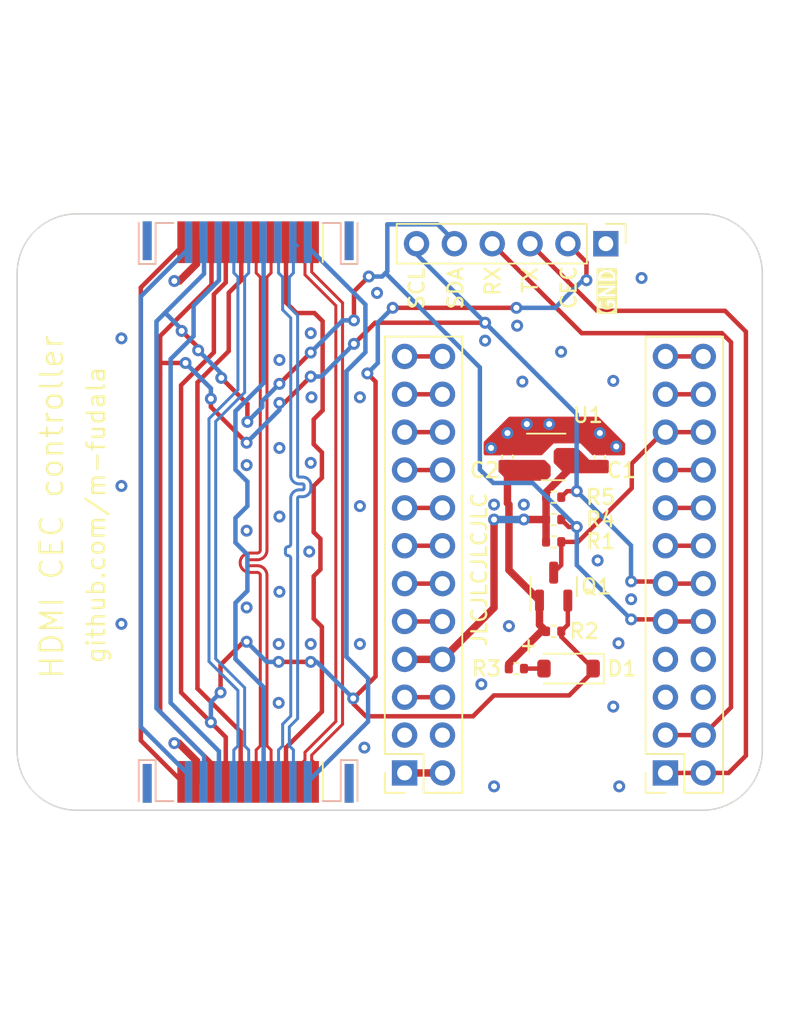
<source format=kicad_pcb>
(kicad_pcb (version 20221018) (generator pcbnew)
  (title_block (title "ATmega32u4 CEC capable device") (date "2024-03-19") (rev "1.0"))
  (layers (0 "F.Cu" signal "Top.Cu") (1 "In1.Cu" power "GND1.Cu") (2 "In2.Cu" power "GND2.Cu") (31 "B.Cu" signal "Bottom.Cu") (34 "B.Paste" user) (35 "F.Paste" user) (36 "B.SilkS" user "B.Silkscreen") (37 "F.SilkS" user "F.Silkscreen") (38 "B.Mask" user) (39 "F.Mask" user) (44 "Edge.Cuts" user))
  (net 0 "")
  (net 1 "/CEC")
  (net 2 "/SCL")
  (net 3 "/SDA")
  (net 4 "GND")
  (net 7 "VCC")
  (net 8 "+3V3")
  (net 9 "/TX")
  (net 10 "/RX")
  (net 11 "/CEC_5V")
  (net 12 "/D2+")
  (net 13 "/D2-")
  (net 14 "/D1+")
  (net 15 "/D1-")
  (net 16 "/D0+")
  (net 17 "/D0-")
  (net 18 "/CK+")
  (net 19 "/CK-")
  (net 20 "/D2S")
  (net 21 "/D1S")
  (net 22 "/D0S")
  (net 23 "/CKS")
  (net 24 "/UTILITY")
  (net 25 "/+5V")
  (net 26 "/HPD")
  (net 27 "/D_K")
  (net 28 "/PD4")
  (net 29 "/PC6")
  (net 30 "/PD7")
  (net 31 "/PB4")
  (net 32 "/PB5")
  (net 33 "/PB6")
  (net 34 "/PB2")
  (net 35 "/PB3")
  (net 36 "/PB1")
  (net 37 "/PF7")
  (net 38 "/PF6")
  (net 39 "/PF5")
  (net 40 "/PF4")
  (net 41 "/RES")
  (net 42 "/RAW")
  (footprint "Resistor_SMD:R_0402_1005Metric" (layer "F.Cu") (at 161 96 180)
    (fp_text reference "R4")
    (fp_text value "2k2")
  )
  (footprint "Resistor_SMD:R_0402_1005Metric" (layer "F.Cu") (at 158.5 106)
    (fp_text reference "R3")
    (fp_text value "27k")
  )
  (footprint "Resistor_SMD:R_0402_1005Metric" (layer "F.Cu") (at 161 103.5)
    (fp_text reference "R2")
    (fp_text value "10k")
  )
  (footprint "Connector_PinHeader_2.54mm:PinHeader_1x06_P2.54mm_Vertical" (layer "F.Cu") (at 164.5 77.5 -90)
    (fp_text reference "J5")
    (fp_text value "Conn_01x06_Pin")
  )
  (footprint "Connector_PinSocket_2.54mm:PinSocket_2x12_P2.54mm_Vertical" (layer "F.Cu") (at 151 113 180)
    (fp_text reference "J4")
    (fp_text value "Conn_02x12_Odd_Even")
  )
  (footprint "Package_TO_SOT_SMD:SOT-23" (layer "F.Cu") (at 161 100.5 90)
    (fp_text reference "Q1")
    (fp_text value "BSS138")
  )
  (footprint "Diode_SMD:D_SOD-123" (layer "F.Cu") (at 162 106 180)
    (fp_text reference "D1")
    (fp_text value "1N4148W")
  )
  (footprint "Capacitor_SMD:C_0402_1005Metric" (layer "F.Cu") (at 157.9 91.8 90)
    (fp_text reference "C2")
    (fp_text value "1u")
  )
  (footprint "Connector_PinSocket_2.54mm:PinSocket_2x12_P2.54mm_Vertical" (layer "F.Cu") (at 168.5 113 180)
    (fp_text reference "J3")
    (fp_text value "Conn_02x12_Odd_Even")
  )
  (footprint "MountingHole:MountingHole_3mm" (layer "F.Cu") (at 171 79.5)
    (fp_text reference "H2")
    (fp_text value "MountingHole")
  )
  (footprint "Resistor_SMD:R_0402_1005Metric" (layer "F.Cu") (at 161 97.5)
    (fp_text reference "R1")
    (fp_text value "10k")
  )
  (footprint "Connector_HDMI:HDMI_A_Contact_Technology_HDMI-19APL2_Horizontal" (layer "F.Cu") (at 140.5 113.6)
    (fp_text reference "J1")
    (fp_text value "HDMI_A")
  )
  (footprint "Capacitor_SMD:C_0402_1005Metric" (layer "F.Cu") (at 164.1 91.8 90)
    (fp_text reference "C1")
    (fp_text value "1u")
  )
  (footprint "MountingHole:MountingHole_3mm" (layer "F.Cu") (at 129 79.5)
    (fp_text reference "H1")
    (fp_text value "MountingHole")
  )
  (footprint "Package_TO_SOT_SMD:SOT-23-3" (layer "F.Cu") (at 161 91.8)
    (fp_text reference "U1")
    (fp_text value "XC6206PxxxMR")
  )
  (footprint "Resistor_SMD:R_0402_1005Metric" (layer "F.Cu") (at 161 94.5 180)
    (fp_text reference "R5")
    (fp_text value "2k2")
  )
  (footprint "Connector_HDMI:HDMI_A_Contact_Technology_HDMI-19APL2_Horizontal" (layer "F.Cu") (at 140.5 77.4 180)
    (fp_text reference "J2")
    (fp_text value "HDMI_A")
  )
  (footprint "MountingHole:MountingHole_3mm" (layer "F.Cu") (at 161 111.5)
    (fp_text reference "H3")
    (fp_text value "MountingHole")
  )
  (footprint "MountingHole:MountingHole_3mm" (layer "F.Cu") (at 129 111.5)
    (fp_text reference "H4")
    (fp_text value "MountingHole")
  )
  (gr_line (start 129 75.5) (end 171 75.5) (stroke (width 0.1)) (layer "Edge.Cuts"))
  (gr_arc (start 125 79.5) (mid 126.171573 76.671573) (end 129 75.5) (stroke (width 0.1)) (layer "Edge.Cuts"))
  (gr_arc (start 171 75.5) (mid 173.828427 76.671573) (end 175 79.5) (stroke (width 0.1)) (layer "Edge.Cuts"))
  (gr_arc (start 175 111.5) (mid 173.828427 114.328427) (end 171 115.5) (stroke (width 0.1)) (layer "Edge.Cuts"))
  (gr_line (start 171 115.5) (end 129 115.5) (stroke (width 0.1)) (layer "Edge.Cuts"))
  (gr_arc (start 129 115.5) (mid 126.171573 114.328427) (end 125 111.5) (stroke (width 0.1)) (layer "Edge.Cuts"))
  (gr_line (start 175 79.5) (end 175 111.5) (stroke (width 0.1)) (layer "Edge.Cuts"))
  (gr_line (start 125 111.5) (end 125 79.5) (stroke (width 0.1)) (layer "Edge.Cuts"))
  (gr_text "GND" (at 165.2 82.3 90) (layer "F.SilkS" knockout) (effects (font (size 1 1) (thickness 0.16)) (justify left bottom)))
  (gr_text "SDA" (at 155 82 90) (layer "F.SilkS") (effects (font (size 1 1) (thickness 0.16)) (justify left bottom)))
  (gr_text "TX" (at 160 80.9 90) (layer "F.SilkS") (effects (font (size 1 1) (thickness 0.16)) (justify left bottom)))
  (gr_text "+" (at 158.6 105) (layer "F.SilkS") (effects (font (size 1 1) (thickness 0.16)) (justify left bottom)))
  (gr_text "JLCJLCJLCJLC" (at 156.6 104.6 90) (layer "F.SilkS") (effects (font (size 1 1) (thickness 0.16)) (justify left bottom)))
  (gr_text "CEC" (at 162.6 82 90) (layer "F.SilkS") (effects (font (size 1 1) (thickness 0.16)) (justify left bottom)))
  (gr_text "SCL" (at 152.4 82 90) (layer "F.SilkS") (effects (font (size 1 1) (thickness 0.16)) (justify left bottom)))
  (gr_text "github.com/m-fudala" (at 131 95.7 90) (layer "F.SilkS") (effects (font (size 1.2 1.2) (thickness 0.16)) (justify bottom)))
  (gr_text "HDMI CEC controller" (at 128.2 106.8 90) (layer "F.SilkS") (effects (font (size 1.5 1.5) (thickness 0.16)) (justify left bottom)))
  (gr_text "RX" (at 157.5 81.1 90) (layer "F.SilkS") (effects (font (size 1 1) (thickness 0.16)) (justify left bottom)))
  (segment (start 161.51 103.86) (end 163.65 106) (width 0.3) (layer "F.Cu") (net 1))
  (segment (start 155.590049 109.2) (end 148.4 109.2) (width 0.3) (layer "F.Cu") (net 1))
  (segment (start 144.66 105.55) (end 144.7 105.59) (width 0.5) (layer "F.Cu") (net 1))
  (segment (start 142.55 105.55) (end 144.7 105.55) (width 0.3) (layer "F.Cu") (net 1))
  (segment (start 139 77.4) (end 139 80.1) (width 0.3) (layer "F.Cu") (net 1))
  (segment (start 158.5 81.8) (end 150.2 81.8) (width 0.3) (layer "F.Cu") (net 1))
  (segment (start 136 107.6) (end 138 109.6) (width 0.3) (layer "F.Cu") (net 1))
  (segment (start 148.4 109.2) (end 147.570049 108.370049) (width 0.3) (layer "F.Cu") (net 1))
  (segment (start 144.480049 105.58) (end 144.490049 105.59) (width 0.3) (layer "F.Cu") (net 1))
  (segment (start 163.2 78.74) (end 161.96 77.5) (width 0.3) (layer "F.Cu") (net 1))
  (segment (start 138.2 80.9) (end 138.2 84.792894) (width 0.3) (layer "F.Cu") (net 1))
  (segment (start 136 86.992894) (end 136 107.6) (width 0.3) (layer "F.Cu") (net 1))
  (segment (start 156.990049 107.8) (end 155.590049 109.2) (width 0.3) (layer "F.Cu") (net 1))
  (segment (start 161.550049 103.71) (end 161.550049 103.5) (width 0.3) (layer "F.Cu") (net 1))
  (segment (start 139 113.56) (end 139 110.6) (width 0.3) (layer "F.Cu") (net 1))
  (segment (start 138.65 105.75) (end 140.2 104.2) (width 0.3) (layer "F.Cu") (net 1))
  (segment (start 163.2 79.95) (end 163.2 78.74) (width 0.3) (layer "F.Cu") (net 1))
  (segment (start 149.05 86.75) (end 148.5 86.2) (width 0.3) (layer "F.Cu") (net 1))
  (segment (start 138.65 107.6) (end 138.65 105.75) (width 0.3) (layer "F.Cu") (net 1))
  (segment (start 163.65 106.190049) (end 162.040049 107.8) (width 0.3) (layer "F.Cu") (net 1))
  (segment (start 139 80.1) (end 138.2 80.9) (width 0.3) (layer "F.Cu") (net 1))
  (segment (start 161.95 103.06) (end 161.51 103.5) (width 0.3) (layer "F.Cu") (net 1))
  (segment (start 140.2 104.2) (end 140.4 104.2) (width 0.3) (layer "F.Cu") (net 1))
  (segment (start 163.840049 105.8125) (end 163.840049 106.06) (width 0.3) (layer "F.Cu") (net 1))
  (segment (start 138.2 84.792894) (end 136 86.992894) (width 0.3) (layer "F.Cu") (net 1))
  (segment (start 161.95 101.4375) (end 161.95 103.06) (width 0.3) (layer "F.Cu") (net 1))
  (segment (start 162.040049 107.8) (end 156.990049 107.8) (width 0.3) (layer "F.Cu") (net 1))
  (segment (start 147.570049 108.01) (end 149.05 106.530049) (width 0.3) (layer "F.Cu") (net 1))
  (segment (start 149.05 106.530049) (end 149.05 86.75) (width 0.3) (layer "F.Cu") (net 1))
  (segment (start 147.570049 108.370049) (end 147.570049 108.01) (width 0.3) (layer "F.Cu") (net 1))
  (segment (start 161.51 103.5) (end 161.51 103.86) (width 0.3) (layer "F.Cu") (net 1))
  (segment (start 139 110.6) (end 138 109.6) (width 0.3) (layer "F.Cu") (net 1))
  (segment (start 163.65 106) (end 163.65 106.190049) (width 0.3) (layer "F.Cu") (net 1))
  (via (at 138 109.6) (size 0.8) (drill 0.4) (layers "F.Cu" "B.Cu") (net 1))
  (via (at 150.2 81.8) (size 0.8) (drill 0.4) (layers "F.Cu" "B.Cu") (net 1))
  (via (at 144.7 105.55) (size 0.8) (drill 0.4) (layers "F.Cu" "B.Cu") (net 1))
  (via (at 148.5 86.2) (size 0.8) (drill 0.4) (layers "F.Cu" "B.Cu") (net 1))
  (via (at 142.55 105.55) (size 0.8) (drill 0.4) (layers "F.Cu" "B.Cu") (net 1))
  (via (at 140.4 104.2) (size 0.8) (drill 0.4) (layers "F.Cu" "B.Cu") (net 1))
  (via (at 147.55 108) (size 0.8) (drill 0.4) (layers "F.Cu" "B.Cu") (net 1))
  (via (at 158.5 81.8) (size 0.8) (drill 0.4) (layers "F.Cu" "B.Cu") (net 1))
  (via (at 138.65 107.6) (size 0.8) (drill 0.4) (layers "F.Cu" "B.Cu") (net 1))
  (via (at 163.2 79.95) (size 0.8) (drill 0.4) (layers "F.Cu" "B.Cu") (net 1))
  (segment (start 138 109.6) (end 138 108.25) (width 0.3) (layer "B.Cu") (net 1))
  (segment (start 148.5 86.2) (end 149.2 85.5) (width 0.3) (layer "B.Cu") (net 1))
  (segment (start 145.1 105.55) (end 147.55 108) (width 0.3) (layer "B.Cu") (net 1))
  (segment (start 161.1 81.8) (end 163.2 79.7) (width 0.3) (layer "B.Cu") (net 1))
  (segment (start 149.2 85.5) (end 149.2 82.8) (width 0.3) (layer "B.Cu") (net 1))
  (segment (start 158.5 81.8) (end 161.1 81.8) (width 0.3) (layer "B.Cu") (net 1))
  (segment (start 142.560049 105.59) (end 142.570049 105.58) (width 0.3) (layer "B.Cu") (net 1))
  (segment (start 144.7 105.55) (end 145.1 105.55) (width 0.3) (layer "B.Cu") (net 1))
  (segment (start 142.55 105.55) (end 141.75 105.55) (width 0.3) (layer "B.Cu") (net 1))
  (segment (start 138 108.25) (end 138.65 107.6) (width 0.3) (layer "B.Cu") (net 1))
  (segment (start 149.2 82.8) (end 150.2 81.8) (width 0.3) (layer "B.Cu") (net 1))
  (segment (start 141.75 105.55) (end 140.4 104.2) (width 0.3) (layer "B.Cu") (net 1))
  (segment (start 134.6 85.5) (end 134.6 86.3) (width 0.3) (layer "F.Cu") (net 2))
  (segment (start 142.670049 88.18) (end 142.730049 88.18) (width 0.3) (layer "F.Cu") (net 2))
  (segment (start 142.6 88.18) (end 142.93 88.18) (width 0.3) (layer "F.Cu") (net 2))
  (segment (start 138.040049 77.36) (end 138.040049 80.25) (width 0.3) (layer "F.Cu") (net 2))
  (segment (start 149.02 82.8) (end 147.6 84.22) (width 0.3) (layer "F.Cu") (net 2))
  (segment (start 138.040049 80.25) (end 134.6 83.690049) (width 0.3) (layer "F.Cu") (net 2))
  (segment (start 134.6 83.690049) (end 134.6 85.5) (width 0.3) (layer "F.Cu") (net 2))
  (segment (start 140.4 90.85) (end 138 88.45) (width 0.3) (layer "F.Cu") (net 2))
  (segment (start 134.6 86.3) (end 134.6 108.9) (width 0.3) (layer "F.Cu") (net 2))
  (segment (start 142.93 88.18) (end 144.7 86.41) (width 0.3) (layer "F.Cu") (net 2))
  (segment (start 134.6 108.9) (end 138.040049 112.340049) (width 0.3) (layer "F.Cu") (net 2))
  (segment (start 168.5 100.3) (end 171.04 100.3) (width 0.3) (layer "F.Cu") (net 2))
  (segment (start 166.190049 100.15) (end 166.190049 100.1) (width 0.3) (layer "F.Cu") (net 2))
  (segment (start 166.250049 100.16) (end 168.490049 100.16) (width 0.3) (layer "F.Cu") (net 2))
  (segment (start 166.190049 100.1) (end 166.250049 100.16) (width 0.3) (layer "F.Cu") (net 2))
  (segment (start 147.620049 84.22) (end 147.620049 84.079951) (width 0.3) (layer "F.Cu") (net 2))
  (segment (start 140.4 90.87) (end 140.150049 90.87) (width 0.3) (layer "F.Cu") (net 2))
  (segment (start 161.91 94.1) (end 161.51 94.5) (width 0.3) (layer "F.Cu") (net 2))
  (segment (start 162.55 94.1) (end 161.91 94.1) (width 0.3) (layer "F.Cu") (net 2))
  (segment (start 138.040049 112.340049) (end 138.040049 113.56) (width 0.3) (layer "F.Cu") (net 2))
  (segment (start 138 88.45) (end 138 87.9) (width 0.3) (layer "F.Cu") (net 2))
  (segment (start 156.4 82.8) (end 149.02 82.8) (width 0.3) (layer "F.Cu") (net 2))
  (segment (start 136.3 85.5) (end 134.6 85.5) (width 0.3) (layer "F.Cu") (net 2))
  (via (at 166.2 100.15) (size 0.8) (drill 0.4) (layers "F.Cu" "B.Cu") (net 2))
  (via (at 138 87.9) (size 0.8) (drill 0.4) (layers "F.Cu" "B.Cu") (net 2))
  (via (at 162.55 94.1) (size 0.8) (drill 0.4) (layers "F.Cu" "B.Cu") (net 2))
  (via (at 144.7 86.41) (size 0.8) (drill 0.4) (layers "F.Cu" "B.Cu") (net 2))
  (via (at 147.6 84.22) (size 0.8) (drill 0.4) (layers "F.Cu" "B.Cu") (net 2))
  (via (at 142.6 88.18) (size 0.8) (drill 0.4) (layers "F.Cu" "B.Cu") (net 2))
  (via (at 136.3 85.5) (size 0.8) (drill 0.4) (layers "F.Cu" "B.Cu") (net 2))
  (via (at 140.4 90.85) (size 0.8) (drill 0.4) (layers "F.Cu" "B.Cu") (net 2))
  (via (at 156.4 82.8) (size 0.8) (drill 0.4) (layers "F.Cu" "B.Cu") (net 2))
  (segment (start 140.4 90.85) (end 142.6 88.65) (width 0.3) (layer "B.Cu") (net 2))
  (segment (start 166.190049 100.15) (end 166.190049 97.740049) (width 0.3) (layer "B.Cu") (net 2))
  (segment (start 162.540049 88.940049) (end 151.8 78.2) (width 0.3) (layer "B.Cu") (net 2))
  (segment (start 145.430049 86.41) (end 144.500049 86.41) (width 0.3) (layer "B.Cu") (net 2))
  (segment (start 136.3 85.5) (end 138 87.2) (width 0.3) (layer "B.Cu") (net 2))
  (segment (start 142.6 88.65) (end 142.6 88.18) (width 0.3) (layer "B.Cu") (net 2))
  (segment (start 166.190049 97.740049) (end 162.540049 94.090049) (width 0.3) (layer "B.Cu") (net 2))
  (segment (start 162.540049 94.090049) (end 162.540049 88.940049) (width 0.3) (layer "B.Cu") (net 2))
  (segment (start 138 87.2) (end 138 87.9) (width 0.3) (layer "B.Cu") (net 2))
  (segment (start 145.430049 86.41) (end 145.430049 86.389951) (width 0.3) (layer "B.Cu") (net 2))
  (segment (start 151.8 78.2) (end 151.8 77.5) (width 0.3) (layer "B.Cu") (net 2))
  (segment (start 145.430049 86.389951) (end 147.6 84.22) (width 0.3) (layer "B.Cu") (net 2))
  (segment (start 142.670049 88.35) (end 142.670049 88.18) (width 0.3) (layer "B.Cu") (net 2))
  (segment (start 147.6 80.7) (end 148.6 79.7) (width 0.3) (layer "F.Cu") (net 3))
  (segment (start 142.640049 86.89) (end 142.640049 86.85) (width 0.3) (layer "F.Cu") (net 3))
  (segment (start 136.020026 83.35) (end 136.020026 83.529977) (width 0.3) (layer "F.Cu") (net 3))
  (segment (start 140.45 89.45) (end 140.45 88.250098) (width 0.3) (layer "F.Cu") (net 3))
  (segment (start 136.040049 83.35) (end 136.040049 83.55) (width 0.3) (layer "F.Cu") (net 3))
  (segment (start 137.15 84.459951) (end 136.040049 83.35) (width 0.3) (layer "F.Cu") (net 3))
  (segment (start 142.6 86.9) (end 144.7 84.8) (width 0.3) (layer "F.Cu") (net 3))
  (segment (start 166.190049 102.7) (end 168.490049 102.7) (width 0.3) (layer "F.Cu") (net 3))
  (segment (start 142.6 86.89) (end 142.61 86.89) (width 0.3) (layer "F.Cu") (net 3))
  (segment (start 137.15 84.65) (end 137.15 84.459951) (width 0.3) (layer "F.Cu") (net 3))
  (segment (start 162.01 96.5) (end 161.51 96) (width 0.3) (layer "F.Cu") (net 3))
  (segment (start 140.45 88.250098) (end 140.450049 88.250049) (width 0.3) (layer "F.Cu") (net 3))
  (segment (start 147.6 82.64) (end 147.6 80.7) (width 0.3) (layer "F.Cu") (net 3))
  (segment (start 140.450049 88.250049) (end 138.7 86.5) (width 0.3) (layer "F.Cu") (net 3))
  (segment (start 168.5 102.84) (end 171.04 102.84) (width 0.3) (layer "F.Cu") (net 3))
  (segment (start 162.55 96.5) (end 162.01 96.5) (width 0.3) (layer "F.Cu") (net 3))
  (via (at 162.55 96.5) (size 0.8) (drill 0.4) (layers "F.Cu" "B.Cu") (net 3))
  (via (at 147.6 82.64) (size 0.8) (drill 0.4) (layers "F.Cu" "B.Cu") (net 3))
  (via (at 166.2 102.7) (size 0.8) (drill 0.4) (layers "F.Cu" "B.Cu") (net 3))
  (via (at 148.6 79.7) (size 0.8) (drill 0.4) (layers "F.Cu" "B.Cu") (net 3))
  (via (at 138.7 86.5) (size 0.8) (drill 0.4) (layers "F.Cu" "B.Cu") (net 3))
  (via (at 144.7 84.8) (size 0.8) (drill 0.4) (layers "F.Cu" "B.Cu") (net 3))
  (via (at 137.15 84.65) (size 0.8) (drill 0.4) (layers "F.Cu" "B.Cu") (net 3))
  (via (at 136.040049 83.35) (size 0.8) (drill 0.4) (layers "F.Cu" "B.Cu") (net 3))
  (via (at 140.45 89.45) (size 0.8) (drill 0.4) (layers "F.Cu" "B.Cu") (net 3))
  (via (at 142.6 86.9) (size 0.8) (drill 0.4) (layers "F.Cu" "B.Cu") (net 3))
  (segment (start 149.490049 79.7) (end 149.720024 79.470024) (width 0.3) (layer "B.Cu") (net 3))
  (segment (start 137.540049 113.56) (end 137.540049 111.85) (width 0.3) (layer "B.Cu") (net 3))
  (segment (start 159.6 93.55) (end 156.95 93.55) (width 0.3) (layer "B.Cu") (net 3))
  (segment (start 146.850049 82.64) (end 147.6 82.64) (width 0.3) (layer "B.Cu") (net 3))
  (segment (start 141.45 88.45) (end 141.45 88.05) (width 0.3) (layer "B.Cu") (net 3))
  (segment (start 156.95 93.55) (end 156.05 92.65) (width 0.3) (layer "B.Cu") (net 3))
  (segment (start 156.05 92.65) (end 156.05 85.8) (width 0.3) (layer "B.Cu") (net 3))
  (segment (start 134.35 82.71071) (end 134.930355 82.130355) (width 0.3) (layer "B.Cu") (net 3))
  (segment (start 162.55 99.059951) (end 162.55 96.5) (width 0.3) (layer "B.Cu") (net 3))
  (segment (start 138.7 86.5) (end 138.7 86.2) (width 0.3) (layer "B.Cu") (net 3))
  (segment (start 140.450049 89.46) (end 140.450049 89.449951) (width 0.3) (layer "B.Cu") (net 3))
  (segment (start 149.840049 76.2) (end 153.220049 76.2) (width 0.3) (layer "B.Cu") (net 3))
  (segment (start 162.55 96.5) (end 159.6 93.55) (width 0.3) (layer "B.Cu") (net 3))
  (segment (start 153.220049 76.2) (end 154.480049 77.46) (width 0.3) (layer "B.Cu") (net 3))
  (segment (start 140.45 89.45) (end 141.45 88.45) (width 0.3) (layer "B.Cu") (net 3))
  (segment (start 141.45 88.05) (end 142.6 86.9) (width 0.3) (layer "B.Cu") (net 3))
  (segment (start 134.930355 82.130355) (end 136.040049 83.240049) (width 0.3) (layer "B.Cu") (net 3))
  (segment (start 144.510049 84.98) (end 146.850049 82.64) (width 0.3) (layer "B.Cu") (net 3))
  (segment (start 156.05 85.8) (end 149.720024 79.470024) (width 0.3) (layer "B.Cu") (net 3))
  (segment (start 138.7 86.2) (end 137.15 84.65) (width 0.3) (layer "B.Cu") (net 3))
  (segment (start 149.490049 79.7) (end 148.6 79.7) (width 0.3) (layer "B.Cu") (net 3))
  (segment (start 137.540049 79.520661) (end 137.540049 77.36) (width 0.3) (layer "B.Cu") (net 3))
  (segment (start 134.35 108.659951) (end 134.35 82.71071) (width 0.3) (layer "B.Cu") (net 3))
  (segment (start 149.720024 79.470024) (end 149.840049 79.35) (width 0.3) (layer "B.Cu") (net 3))
  (segment (start 136.040049 83.240049) (end 136.040049 83.35) (width 0.3) (layer "B.Cu") (net 3))
  (segment (start 134.930355 82.130355) (end 137.540049 79.520661) (width 0.3) (layer "B.Cu") (net 3))
  (segment (start 137.540049 111.85) (end 134.35 108.659951) (width 0.3) (layer "B.Cu") (net 3))
  (segment (start 166.190049 102.7) (end 162.55 99.059951) (width 0.3) (layer "B.Cu") (net 3))
  (segment (start 149.840049 79.35) (end 149.840049 76.2) (width 0.3) (layer "B.Cu") (net 3))
  (segment (start 137.040049 77.36) (end 137.040049 78.85) (width 0.5) (layer "F.Cu") (net 4))
  (segment (start 137.040049 113.56) (end 137.040049 112.2) (width 0.5) (layer "F.Cu") (net 4))
  (segment (start 135.890049 80) (end 137.040049 78.85) (width 0.5) (layer "F.Cu") (net 4))
  (segment (start 156.83 91.32) (end 156.8 91.35) (width 0.5) (layer "F.Cu") (net 4))
  (segment (start 137.040049 112.2) (end 135.840049 111) (width 0.5) (layer "F.Cu") (net 4))
  (segment (start 135.840049 111) (end 135.540049 111) (width 0.5) (layer "F.Cu") (net 4))
  (segment (start 135.55 80) (end 135.890049 80) (width 0.5) (layer "F.Cu") (net 4))
  (segment (start 159.840049 90.7975) (end 159.902549 90.86) (width 0.5) (layer "F.Cu") (net 4))
  (via (at 149.15 80.8) (size 0.8) (drill 0.4) (layers "F.Cu" "B.Cu") (net 4))
  (via (at 159.2 89.6) (size 0.8) (drill 0.4) (layers "F.Cu" "B.Cu") (net 4))
  (via (at 166.9 79.8) (size 0.8) (drill 0.4) (layers "F.Cu" "B.Cu") (net 4))
  (via (at 158 103.15) (size 0.8) (drill 0.4) (layers "F.Cu" "B.Cu") (net 4))
  (via (at 144.7 92.2) (size 0.8) (drill 0.4) (layers "F.Cu" "B.Cu") (net 4))
  (via (at 159 95) (size 0.8) (drill 0.4) (layers "F.Cu" "B.Cu") (net 4))
  (via (at 148 87.8) (size 0.8) (drill 0.4) (layers "F.Cu" "B.Cu") (net 4))
  (via (at 140.4 92.35) (size 0.8) (drill 0.4) (layers "F.Cu" "B.Cu") (net 4))
  (via (at 148 104.35) (size 0.8) (drill 0.4) (layers "F.Cu" "B.Cu") (net 4))
  (via (at 140.4 101.9) (size 0.8) (drill 0.4) (layers "F.Cu" "B.Cu") (net 4))
  (via (at 142.6 95.8) (size 0.8) (drill 0.4) (layers "F.Cu" "B.Cu") (net 4))
  (via (at 140.4 96.75) (size 0.8) (drill 0.4) (layers "F.Cu" "B.Cu") (net 4))
  (via (at 165.35 104.3) (size 0.8) (drill 0.4) (layers "F.Cu" "B.Cu") (net 4))
  (via (at 163.95 98.75) (size 0.8) (drill 0.4) (layers "F.Cu" "B.Cu") (net 4))
  (via (at 165 86.7) (size 0.8) (drill 0.4) (layers "F.Cu" "B.Cu") (net 4))
  (via (at 161.5 84.75) (size 0.8) (drill 0.4) (layers "F.Cu" "B.Cu") (net 4))
  (via (at 156.4 84) (size 0.8) (drill 0.4) (layers "F.Cu" "B.Cu") (net 4))
  (via (at 148 95.1) (size 0.8) (drill 0.4) (layers "F.Cu" "B.Cu") (net 4))
  (via (at 164.1 90.2) (size 0.8) (drill 0.4) (layers "F.Cu" "B.Cu") (net 4))
  (via (at 142.6 100.85) (size 0.8) (drill 0.4) (layers "F.Cu" "B.Cu") (net 4))
  (via (at 158.55 83) (size 0.8) (drill 0.4) (layers "F.Cu" "B.Cu") (net 4))
  (via (at 165.4 113.9) (size 0.8) (drill 0.4) (layers "F.Cu" "B.Cu") (net 4))
  (via (at 158.9 86.75) (size 0.8) (drill 0.4) (layers "F.Cu" "B.Cu") (net 4))
  (via (at 132 93.75) (size 0.8) (drill 0.4) (layers "F.Cu" "B.Cu") (net 4))
  (via (at 142.55 104.35) (size 0.8) (drill 0.4) (layers "F.Cu" "B.Cu") (net 4))
  (via (at 135.55 111) (size 0.8) (drill 0.4) (layers "F.Cu" "B.Cu") (net 4))
  (via (at 166.2 101.35) (size 0.8) (drill 0.4) (layers "F.Cu" "B.Cu") (net 4))
  (via (at 142.6 91.2) (size 0.8) (drill 0.4) (layers "F.Cu" "B.Cu") (net 4))
  (via (at 142.55 108.3) (size 0.8) (drill 0.4) (layers "F.Cu" "B.Cu") (net 4))
  (via (at 160.7 89.6) (size 0.8) (drill 0.4) (layers "F.Cu" "B.Cu") (net 4))
  (via (at 132 83.85) (size 0.8) (drill 0.4) (layers "F.Cu" "B.Cu") (net 4))
  (via (at 156.8 91.2) (size 0.8) (drill 0.4) (layers "F.Cu" "B.Cu") (net 4))
  (via (at 148.3 111.3) (size 0.8) (drill 0.4) (layers "F.Cu" "B.Cu") (net 4))
  (via (at 144.6 98.15) (size 0.8) (drill 0.4) (layers "F.Cu" "B.Cu") (net 4))
  (via (at 156.15 107.05) (size 0.8) (drill 0.4) (layers "F.Cu" "B.Cu") (net 4))
  (via (at 144.75 87.8) (size 0.8) (drill 0.4) (layers "F.Cu" "B.Cu") (net 4))
  (via (at 144.7 83.5) (size 0.8) (drill 0.4) (layers "F.Cu" "B.Cu") (net 4))
  (via (at 165.2 91.1) (size 0.8) (drill 0.4) (layers "F.Cu" "B.Cu") (net 4))
  (via (at 135.55 80) (size 0.8) (drill 0.4) (layers "F.Cu" "B.Cu") (net 4))
  (via (at 142.6 85.3) (size 0.8) (drill 0.4) (layers "F.Cu" "B.Cu") (net 4))
  (via (at 157.9 90.2) (size 0.8) (drill 0.4) (layers "F.Cu" "B.Cu") (net 4))
  (via (at 132 103) (size 0.8) (drill 0.4) (layers "F.Cu" "B.Cu") (net 4))
  (via (at 144.7 104.35) (size 0.8) (drill 0.4) (layers "F.Cu" "B.Cu") (net 4))
  (via (at 165 108.55) (size 0.8) (drill 0.4) (layers "F.Cu" "B.Cu") (net 4))
  (via (at 157 95) (size 0.8) (drill 0.4) (layers "F.Cu" "B.Cu") (net 4))
  (via (at 157 113.9) (size 0.8) (drill 0.4) (layers "F.Cu" "B.Cu") (net 4))
  (segment (start 159 96) (end 160.49 96) (width 0.5) (layer "F.Cu") (net 7))
  (segment (start 160.49 97.5) (end 160.49 96) (width 0.5) (layer "F.Cu") (net 7))
  (segment (start 160.49 96) (end 160.49 94.5) (width 0.5) (layer "F.Cu") (net 7))
  (segment (start 157 101.92) (end 153.54 105.38) (width 0.5) (layer "F.Cu") (net 7))
  (segment (start 162.1375 92.532501) (end 162.1375 91.8) (width 0.5) (layer "F.Cu") (net 7))
  (segment (start 160.49 94.5) (end 160.49 94.180001) (width 0.5) (layer "F.Cu") (net 7))
  (segment (start 157 96) (end 157 101.92) (width 0.5) (layer "F.Cu") (net 7))
  (segment (start 160.49 94.180001) (end 162.1375 92.532501) (width 0.5) (layer "F.Cu") (net 7))
  (segment (start 151 105.38) (end 153.54 105.38) (width 0.5) (layer "F.Cu") (net 7))
  (via (at 159 96) (size 0.8) (drill 0.4) (layers "F.Cu" "B.Cu") (net 7))
  (via (at 157 96) (size 0.8) (drill 0.4) (layers "F.Cu" "B.Cu") (net 7))
  (segment (start 157.040049 96) (end 158.940049 96) (width 0.5) (layer "B.Cu") (net 7))
  (segment (start 157.99 106) (end 157.99 105.680001) (width 0.5) (layer "F.Cu") (net 8))
  (segment (start 160.05 103.06) (end 160.49 103.5) (width 0.5) (layer "F.Cu") (net 8))
  (segment (start 158 99.3875) (end 158 95) (width 0.5) (layer "F.Cu") (net 8))
  (segment (start 160.170001 103.5) (end 160.49 103.5) (width 0.5) (layer "F.Cu") (net 8))
  (segment (start 157.970049 105.812501) (end 157.970049 106.06) (width 0.5) (layer "F.Cu") (net 8))
  (segment (start 160.05 101.4375) (end 160.05 103.06) (width 0.5) (layer "F.Cu") (net 8))
  (segment (start 157.99 105.680001) (end 160.170001 103.5) (width 0.5) (layer "F.Cu") (net 8))
  (segment (start 160.05 101.4375) (end 158 99.3875) (width 0.5) (layer "F.Cu") (net 8))
  (segment (start 157.9 94.9) (end 158 95) (width 0.5) (layer "F.Cu") (net 8))
  (segment (start 157.9 92.28) (end 157.9 94.9) (width 0.5) (layer "F.Cu") (net 8))
  (segment (start 168.5 113) (end 171.04 113) (width 0.3) (layer "F.Cu") (net 9))
  (segment (start 173.9 83.4) (end 172.5 82) (width 0.3) (layer "F.Cu") (net 9))
  (segment (start 163.92 82) (end 159.42 77.5) (width 0.3) (layer "F.Cu") (net 9))
  (segment (start 172.5 82) (end 163.92 82) (width 0.3) (layer "F.Cu") (net 9))
  (segment (start 173.9 111.840049) (end 173.9 83.4) (width 0.3) (layer "F.Cu") (net 9))
  (segment (start 172.740049 113) (end 173.9 111.840049) (width 0.3) (layer "F.Cu") (net 9))
  (segment (start 171.04 113) (end 172.740049 113) (width 0.3) (layer "F.Cu") (net 9))
  (segment (start 162.88 83.5) (end 156.88 77.5) (width 0.3) (layer "F.Cu") (net 10))
  (segment (start 172.9 108.6) (end 172.9 84.109951) (width 0.3) (layer "F.Cu") (net 10))
  (segment (start 168.5 110.46) (end 171.04 110.46) (width 0.3) (layer "F.Cu") (net 10))
  (segment (start 172.290049 83.5) (end 162.88 83.5) (width 0.3) (layer "F.Cu") (net 10))
  (segment (start 172.9 84.109951) (end 172.290049 83.5) (width 0.3) (layer "F.Cu") (net 10))
  (segment (start 171.04 110.46) (end 172.9 108.6) (width 0.3) (layer "F.Cu") (net 10))
  (segment (start 162.640049 97.5) (end 166.240049 93.9) (width 0.3) (layer "F.Cu") (net 11))
  (segment (start 166.240049 92.25) (end 168.490049 90) (width 0.3) (layer "F.Cu") (net 11))
  (segment (start 161.51 97.5) (end 161.51 99.0525) (width 0.3) (layer "F.Cu") (net 11))
  (segment (start 166.240049 93.9) (end 166.240049 92.25) (width 0.3) (layer "F.Cu") (net 11))
  (segment (start 168.5 90.14) (end 171.04 90.14) (width 0.3) (layer "F.Cu") (net 11))
  (segment (start 161.550049 97.5) (end 162.640049 97.5) (width 0.3) (layer "F.Cu") (net 11))
  (segment (start 161.51 99.0525) (end 161 99.5625) (width 0.3) (layer "F.Cu") (net 11))
  (segment (start 145.040049 112.41) (end 145.040049 113.56) (width 0.2) (layer "F.Cu") (net 12))
  (segment (start 145.040049 78.51) (end 144.765049 78.785) (width 0.2) (layer "F.Cu") (net 12))
  (segment (start 144.765049 111.8032) (end 144.765049 112.135) (width 0.2) (layer "F.Cu") (net 12))
  (segment (start 146.835049 81.4668) (end 146.835049 109.7332) (width 0.2) (layer "F.Cu") (net 12))
  (segment (start 144.765049 78.785) (end 144.765049 79.3968) (width 0.2) (layer "F.Cu") (net 12))
  (segment (start 146.835049 109.7332) (end 144.765049 111.8032) (width 0.2) (layer "F.Cu") (net 12))
  (segment (start 144.765049 112.135) (end 145.040049 112.41) (width 0.2) (layer "F.Cu") (net 12))
  (segment (start 144.765049 79.3968) (end 146.835049 81.4668) (width 0.2) (layer "F.Cu") (net 12))
  (segment (start 145.040049 77.36) (end 145.040049 78.51) (width 0.2) (layer "F.Cu") (net 12))
  (segment (start 144.315049 79.5832) (end 144.315049 78.785) (width 0.2) (layer "F.Cu") (net 13))
  (segment (start 146.385049 109.5468) (end 146.385049 81.6532) (width 0.2) (layer "F.Cu") (net 13))
  (segment (start 144.315049 112.135) (end 144.315049 111.6168) (width 0.2) (layer "F.Cu") (net 13))
  (segment (start 144.315049 111.6168) (end 146.385049 109.5468) (width 0.2) (layer "F.Cu") (net 13))
  (segment (start 144.040049 78.51) (end 144.040049 77.36) (width 0.2) (layer "F.Cu") (net 13))
  (segment (start 146.385049 81.6532) (end 144.315049 79.5832) (width 0.2) (layer "F.Cu") (net 13))
  (segment (start 144.040049 113.56) (end 144.040049 112.41) (width 0.2) (layer "F.Cu") (net 13))
  (segment (start 144.040049 112.41) (end 144.315049 112.135) (width 0.2) (layer "F.Cu") (net 13))
  (segment (start 144.315049 78.785) (end 144.040049 78.51) (width 0.2) (layer "F.Cu") (net 13))
  (segment (start 143.540049 113.56) (end 143.540049 111.459999) (width 0.2) (layer "B.Cu") (net 14))
  (segment (start 143.540049 111.459999) (end 143.265049 111.184999) (width 0.2) (layer "B.Cu") (net 14))
  (segment (start 143.265049 111.184999) (end 143.265049 109.9132) (width 0.2) (layer "B.Cu") (net 14))
  (segment (start 143.820049 93.05) (end 143.820049 82.3018) (width 0.2) (layer "B.Cu") (net 14))
  (segment (start 143.921369 94.47132) (end 144.15137 94.47132) (width 0.2) (layer "B.Cu") (net 14))
  (segment (start 144.15137 93.15132) (end 143.921369 93.15132) (width 0.2) (layer "B.Cu") (net 14))
  (segment (start 143.540049 77.36) (end 143.820049 77.64) (width 0.2) (layer "B.Cu") (net 14))
  (segment (start 143.820049 109.3582) (end 143.820049 94.57264) (width 0.2) (layer "B.Cu") (net 14))
  (segment (start 143.265049 79.735001) (end 143.540049 79.460001) (width 0.2) (layer "B.Cu") (net 14))
  (segment (start 143.540049 79.460001) (end 143.540049 77.36) (width 0.2) (layer "B.Cu") (net 14))
  (segment (start 143.265049 81.7468) (end 143.265049 79.735001) (width 0.2) (layer "B.Cu") (net 14))
  (segment (start 144.71269 93.91) (end 144.71269 93.71264) (width 0.2) (layer "B.Cu") (net 14))
  (segment (start 143.265049 109.9132) (end 143.820049 109.3582) (width 0.2) (layer "B.Cu") (net 14))
  (segment (start 143.820049 82.3018) (end 143.265049 81.7468) (width 0.2) (layer "B.Cu") (net 14))
  (arc (start 144.15137 94.47132) (mid 144.548283 94.306913) (end 144.71269 93.91) (width 0.2) (layer "B.Cu") (net 14))
  (arc (start 144.71269 93.71264) (mid 144.548283 93.315727) (end 144.15137 93.15132) (width 0.2) (layer "B.Cu") (net 14))
  (arc (start 143.921369 93.15132) (mid 143.849725 93.121644) (end 143.820049 93.05) (width 0.2) (layer "B.Cu") (net 14))
  (arc (start 143.820049 94.57264) (mid 143.849725 94.500996) (end 143.921369 94.47132) (width 0.2) (layer "B.Cu") (net 14))
  (segment (start 142.815049 81.9332) (end 142.815049 79.735001) (width 0.2) (layer "B.Cu") (net 15))
  (segment (start 142.815049 109.7268) (end 143.360049 109.1818) (width 0.2) (layer "B.Cu") (net 15))
  (segment (start 143.182973 97.822925) (end 143.182974 97.822925) (width 0.2) (layer "B.Cu") (net 15))
  (segment (start 142.815049 79.735001) (end 142.540049 79.460001) (width 0.2) (layer "B.Cu") (net 15))
  (segment (start 144.15137 93.61132) (end 143.921369 93.61132) (width 0.2) (layer "B.Cu") (net 15))
  (segment (start 144.25269 93.91) (end 144.25269 93.71264) (width 0.2) (layer "B.Cu") (net 15))
  (segment (start 143.360049 97.64585) (end 143.360049 97.4) (width 0.2) (layer "B.Cu") (net 15))
  (segment (start 143.360049 93.05) (end 143.360049 82.4782) (width 0.2) (layer "B.Cu") (net 15))
  (segment (start 143.005898 98.24585) (end 143.005898 98) (width 0.2) (layer "B.Cu") (net 15))
  (segment (start 142.815049 111.184999) (end 142.815049 109.7268) (width 0.2) (layer "B.Cu") (net 15))
  (segment (start 143.360049 82.4782) (end 142.815049 81.9332) (width 0.2) (layer "B.Cu") (net 15))
  (segment (start 142.540049 79.460001) (end 142.540049 77.36) (width 0.2) (layer "B.Cu") (net 15))
  (segment (start 142.540049 113.56) (end 142.540049 111.459999) (width 0.2) (layer "B.Cu") (net 15))
  (segment (start 143.182974 98.422925) (end 143.182973 98.422925) (width 0.2) (layer "B.Cu") (net 15))
  (segment (start 143.360049 97.4) (end 143.360049 94.57264) (width 0.2) (layer "B.Cu") (net 15))
  (segment (start 142.540049 111.459999) (end 142.815049 111.184999) (width 0.2) (layer "B.Cu") (net 15))
  (segment (start 143.360049 109.1818) (end 143.360049 98.6) (width 0.2) (layer "B.Cu") (net 15))
  (segment (start 143.921369 94.01132) (end 144.15137 94.01132) (width 0.2) (layer "B.Cu") (net 15))
  (arc (start 144.15137 94.01132) (mid 144.223014 93.981644) (end 144.25269 93.91) (width 0.2) (layer "B.Cu") (net 15))
  (arc (start 143.005898 98) (mid 143.057762 97.874789) (end 143.182973 97.822925) (width 0.2) (layer "B.Cu") (net 15))
  (arc (start 143.182973 98.422925) (mid 143.057762 98.371061) (end 143.005898 98.24585) (width 0.2) (layer "B.Cu") (net 15))
  (arc (start 143.182974 97.822925) (mid 143.308185 97.771061) (end 143.360049 97.64585) (width 0.2) (layer "B.Cu") (net 15))
  (arc (start 143.360049 94.57264) (mid 143.524456 94.175727) (end 143.921369 94.01132) (width 0.2) (layer "B.Cu") (net 15))
  (arc (start 143.360049 98.6) (mid 143.308185 98.474789) (end 143.182974 98.422925) (width 0.2) (layer "B.Cu") (net 15))
  (arc (start 143.921369 93.61132) (mid 143.524456 93.446913) (end 143.360049 93.05) (width 0.2) (layer "B.Cu") (net 15))
  (arc (start 144.25269 93.71264) (mid 144.223014 93.640996) (end 144.15137 93.61132) (width 0.2) (layer "B.Cu") (net 15))
  (segment (start 141.765049 97.269005) (end 141.765049 79.735001) (width 0.2) (layer "F.Cu") (net 16))
  (segment (start 141.115049 99.1) (end 140.614123 99.1) (width 0.2) (layer "F.Cu") (net 16))
  (segment (start 141.765049 79.735001) (end 142.040049 79.460001) (width 0.2) (layer "F.Cu") (net 16))
  (segment (start 141.765049 111.184999) (end 141.765049 99.75) (width 0.2) (layer "F.Cu") (net 16))
  (segment (start 140.614123 98.7) (end 141.115049 98.7) (width 0.2) (layer "F.Cu") (net 16))
  (segment (start 142.040049 111.459999) (end 141.765049 111.184999) (width 0.2) (layer "F.Cu") (net 16))
  (segment (start 142.040049 113.56) (end 142.040049 111.459999) (width 0.2) (layer "F.Cu") (net 16))
  (segment (start 141.765049 98.05) (end 141.765049 97.269005) (width 0.2) (layer "F.Cu") (net 16))
  (segment (start 142.040049 79.460001) (end 142.040049 77.36) (width 0.2) (layer "F.Cu") (net 16))
  (arc (start 141.765049 99.75) (mid 141.574668 99.290381) (end 141.115049 99.1) (width 0.2) (layer "F.Cu") (net 16))
  (arc (start 140.614123 99.1) (mid 140.472702 99.041421) (end 140.414123 98.9) (width 0.2) (layer "F.Cu") (net 16))
  (arc (start 140.414123 98.9) (mid 140.472702 98.758579) (end 140.614123 98.7) (width 0.2) (layer "F.Cu") (net 16))
  (arc (start 141.115049 98.7) (mid 141.574668 98.509619) (end 141.765049 98.05) (width 0.2) (layer "F.Cu") (net 16))
  (segment (start 141.315049 111.184999) (end 141.315049 99.75) (width 0.2) (layer "F.Cu") (net 17))
  (segment (start 141.315049 97.269005) (end 141.315049 79.735001) (width 0.2) (layer "F.Cu") (net 17))
  (segment (start 141.315049 98.05) (end 141.315049 97.269005) (width 0.2) (layer "F.Cu") (net 17))
  (segment (start 141.040049 111.459999) (end 141.315049 111.184999) (width 0.2) (layer "F.Cu") (net 17))
  (segment (start 141.115049 99.55) (end 140.614123 99.55) (width 0.2) (layer "F.Cu") (net 17))
  (segment (start 141.040049 113.56) (end 141.040049 111.459999) (width 0.2) (layer "F.Cu") (net 17))
  (segment (start 140.614123 98.25) (end 141.115049 98.25) (width 0.2) (layer "F.Cu") (net 17))
  (segment (start 141.040049 79.460001) (end 141.040049 77.36) (width 0.2) (layer "F.Cu") (net 17))
  (segment (start 141.315049 79.735001) (end 141.040049 79.460001) (width 0.2) (layer "F.Cu") (net 17))
  (arc (start 141.115049 98.25) (mid 141.25647 98.191421) (end 141.315049 98.05) (width 0.2) (layer "F.Cu") (net 17))
  (arc (start 141.315049 99.75) (mid 141.25647 99.608579) (end 141.115049 99.55) (width 0.2) (layer "F.Cu") (net 17))
  (arc (start 140.614123 99.55) (mid 140.154504 99.359619) (end 139.964123 98.9) (width 0.2) (layer "F.Cu") (net 17))
  (arc (start 139.964123 98.9) (mid 140.154504 98.440381) (end 140.614123 98.25) (width 0.2) (layer "F.Cu") (net 17))
  (segment (start 138.325 105.339343) (end 138.325 89.423249) (width 0.2) (layer "B.Cu") (net 18))
  (segment (start 140.265049 111.184999) (end 140.265049 107.279392) (width 0.2) (layer "B.Cu") (net 18))
  (segment (start 140.540049 79.460001) (end 140.540049 77.36) (width 0.2) (layer "B.Cu") (net 18))
  (segment (start 140.265049 79.735001) (end 140.540049 79.460001) (width 0.2) (layer "B.Cu") (net 18))
  (segment (start 140.540049 113.56) (end 140.540049 111.459999) (width 0.2) (layer "B.Cu") (net 18))
  (segment (start 140.265049 107.279392) (end 138.325 105.339343) (width 0.2) (layer "B.Cu") (net 18))
  (segment (start 138.325 89.423249) (end 140.265049 87.4832) (width 0.2) (layer "B.Cu") (net 18))
  (segment (start 140.265049 87.4832) (end 140.265049 79.735001) (width 0.2) (layer "B.Cu") (net 18))
  (segment (start 140.540049 111.459999) (end 140.265049 111.184999) (width 0.2) (layer "B.Cu") (net 18))
  (segment (start 137.875 89.236849) (end 139.815049 87.2968) (width 0.2) (layer "B.Cu") (net 19))
  (segment (start 139.540049 111.459999) (end 139.815049 111.184999) (width 0.2) (layer "B.Cu") (net 19))
  (segment (start 139.540049 79.460001) (end 139.540049 77.36) (width 0.2) (layer "B.Cu") (net 19))
  (segment (start 137.875 105.525743) (end 137.875 89.236849) (width 0.2) (layer "B.Cu") (net 19))
  (segment (start 139.815049 79.735001) (end 139.540049 79.460001) (width 0.2) (layer "B.Cu") (net 19))
  (segment (start 139.815049 87.2968) (end 139.815049 79.735001) (width 0.2) (layer "B.Cu") (net 19))
  (segment (start 139.815049 107.465792) (end 137.875 105.525743) (width 0.2) (layer "B.Cu") (net 19))
  (segment (start 139.540049 113.56) (end 139.540049 111.459999) (width 0.2) (layer "B.Cu") (net 19))
  (segment (start 139.815049 111.184999) (end 139.815049 107.465792) (width 0.2) (layer "B.Cu") (net 19))
  (segment (start 148.55 106.660661) (end 148.55 109.550049) (width 0.3) (layer "B.Cu") (net 20))
  (segment (start 148.370049 81.58) (end 148.370049 84.779951) (width 0.3) (layer "B.Cu") (net 20))
  (segment (start 148.370049 84.779951) (end 147.1 86.05) (width 0.3) (layer "B.Cu") (net 20))
  (segment (start 147.1 105.210661) (end 148.55 106.660661) (width 0.3) (layer "B.Cu") (net 20))
  (segment (start 144.540049 77.36) (end 144.540049 77.75) (width 0.3) (layer "B.Cu") (net 20))
  (segment (start 147.1 86.05) (end 147.1 105.210661) (width 0.3) (layer "B.Cu") (net 20))
  (segment (start 144.540049 77.75) (end 148.370049 81.58) (width 0.3) (layer "B.Cu") (net 20))
  (segment (start 148.55 109.550049) (end 144.540049 113.56) (width 0.3) (layer "B.Cu") (net 20))
  (segment (start 143.040049 77.36) (end 143.040049 81.440049) (width 0.3) (layer "F.Cu") (net 21))
  (segment (start 144.9 93.75) (end 144.9 96.85) (width 0.3) (layer "F.Cu") (net 21))
  (segment (start 145.45 108.890049) (end 143.040049 111.3) (width 0.3) (layer "F.Cu") (net 21))
  (segment (start 144.95 82.15) (end 145.5 82.7) (width 0.3) (layer "F.Cu") (net 21))
  (segment (start 143.040049 111.3) (end 143.040049 113.56) (width 0.3) (layer "F.Cu") (net 21))
  (segment (start 144.9 90.95) (end 145.45 91.5) (width 0.3) (layer "F.Cu") (net 21))
  (segment (start 145.5 82.7) (end 145.5 88.680331) (width 0.3) (layer "F.Cu") (net 21))
  (segment (start 144.9 102.65) (end 145.45 103.2) (width 0.3) (layer "F.Cu") (net 21))
  (segment (start 145.45 103.2) (end 145.45 108.890049) (width 0.3) (layer "F.Cu") (net 21))
  (segment (start 143.75 82.15) (end 144.95 82.15) (width 0.3) (layer "F.Cu") (net 21))
  (segment (start 145.45 91.5) (end 145.45 93.2) (width 0.3) (layer "F.Cu") (net 21))
  (segment (start 145.45 93.2) (end 144.9 93.75) (width 0.3) (layer "F.Cu") (net 21))
  (segment (start 144.9 96.85) (end 145.35 97.3) (width 0.3) (layer "F.Cu") (net 21))
  (segment (start 144.9 89.280331) (end 144.9 90.95) (width 0.3) (layer "F.Cu") (net 21))
  (segment (start 145.5 88.680331) (end 144.9 89.280331) (width 0.3) (layer "F.Cu") (net 21))
  (segment (start 145.35 97.3) (end 145.35 99.35) (width 0.3) (layer "F.Cu") (net 21))
  (segment (start 143.040049 81.440049) (end 143.75 82.15) (width 0.3) (layer "F.Cu") (net 21))
  (segment (start 144.9 99.8) (end 144.9 102.65) (width 0.3) (layer "F.Cu") (net 21))
  (segment (start 145.35 99.35) (end 144.9 99.8) (width 0.3) (layer "F.Cu") (net 21))
  (segment (start 140.45 100.789339) (end 139.65 101.589339) (width 0.3) (layer "B.Cu") (net 22))
  (segment (start 141.540049 77.36) (end 141.540049 86.844596) (width 0.3) (layer "B.Cu") (net 22))
  (segment (start 139.65 97.55) (end 140.45 98.35) (width 0.3) (layer "B.Cu") (net 22))
  (segment (start 139.65 92.660661) (end 140.45 93.460661) (width 0.3) (layer "B.Cu") (net 22))
  (segment (start 139.65 88.734645) (end 139.65 92.660661) (width 0.3) (layer "B.Cu") (net 22))
  (segment (start 139.65 95.9) (end 139.65 97.55) (width 0.3) (layer "B.Cu") (net 22))
  (segment (start 140.45 98.35) (end 140.45 100.789339) (width 0.3) (layer "B.Cu") (net 22))
  (segment (start 139.65 105.36) (end 141.540049 107.250049) (width 0.3) (layer "B.Cu") (net 22))
  (segment (start 140.45 95.1) (end 139.65 95.9) (width 0.3) (layer "B.Cu") (net 22))
  (segment (start 141.540049 107.250049) (end 141.540049 113.56) (width 0.3) (layer "B.Cu") (net 22))
  (segment (start 139.65 101.589339) (end 139.65 105.36) (width 0.3) (layer "B.Cu") (net 22))
  (segment (start 141.540049 86.844596) (end 139.65 88.734645) (width 0.3) (layer "B.Cu") (net 22))
  (segment (start 140.45 93.460661) (end 140.45 95.1) (width 0.3) (layer "B.Cu") (net 22))
  (segment (start 139.2 84.7) (end 139.2 80.790049) (width 0.3) (layer "F.Cu") (net 23))
  (segment (start 140 113.56) (end 140 110.239339) (width 0.3) (layer "F.Cu") (net 23))
  (segment (start 139.2 80.790049) (end 140.040049 79.95) (width 0.3) (layer "F.Cu") (net 23))
  (segment (start 140 110.239339) (end 137.1 107.339339) (width 0.3) (layer "F.Cu") (net 23))
  (segment (start 137.1 86.8) (end 139.2 84.7) (width 0.3) (layer "F.Cu") (net 23))
  (segment (start 140.040049 79.95) (end 140.040049 77.36) (width 0.3) (layer "F.Cu") (net 23))
  (segment (start 137.1 107.339339) (end 137.1 86.8) (width 0.3) (layer "F.Cu") (net 23))
  (segment (start 135.3 108.3) (end 138.540049 111.540049) (width 0.3) (layer "B.Cu") (net 24))
  (segment (start 136.840049 83.7) (end 135.3 85.240049) (width 0.3) (layer "B.Cu") (net 24))
  (segment (start 138.540049 111.540049) (end 138.540049 113.56) (width 0.3) (layer "B.Cu") (net 24))
  (segment (start 136.840049 81.659951) (end 136.840049 83.7) (width 0.3) (layer "B.Cu") (net 24))
  (segment (start 135.3 85.240049) (end 135.3 108.3) (width 0.3) (layer "B.Cu") (net 24))
  (segment (start 138.540049 77.36) (end 138.540049 79.959951) (width 0.3) (layer "B.Cu") (net 24))
  (segment (start 138.540049 79.959951) (end 136.840049 81.659951) (width 0.3) (layer "B.Cu") (net 24))
  (segment (start 133.3 81.040049) (end 136.540049 77.8) (width 0.3) (layer "B.Cu") (net 25))
  (segment (start 136.540049 77.8) (end 136.540049 77.36) (width 0.3) (layer "B.Cu") (net 25))
  (segment (start 136.540049 113.15) (end 133.3 109.909951) (width 0.3) (layer "B.Cu") (net 25))
  (segment (start 133.3 109.909951) (end 133.3 81.040049) (width 0.3) (layer "B.Cu") (net 25))
  (segment (start 136.540049 113.56) (end 136.540049 113.15) (width 0.3) (layer "B.Cu") (net 25))
  (segment (start 136.040049 113.56) (end 133.3 110.819951) (width 0.3) (layer "F.Cu") (net 26))
  (segment (start 133.3 110.819951) (end 133.3 80.440049) (width 0.3) (layer "F.Cu") (net 26))
  (segment (start 136.040049 77.7) (end 136.040049 77.36) (width 0.3) (layer "F.Cu") (net 26))
  (segment (start 133.3 80.440049) (end 136.040049 77.7) (width 0.3) (layer "F.Cu") (net 26))
  (segment (start 158.990049 106) (end 160.540049 106) (width 0.3) (layer "F.Cu") (net 27))
  (segment (start 168.5 97.76) (end 171.04 97.76) (width 0.3) (layer "F.Cu") (net 28))
  (segment (start 168.5 95.22) (end 171.04 95.22) (width 0.3) (layer "F.Cu") (net 29))
  (segment (start 168.5 92.68) (end 171.04 92.68) (width 0.3) (layer "F.Cu") (net 30))
  (segment (start 168.5 87.6) (end 171.04 87.6) (width 0.3) (layer "F.Cu") (net 31))
  (segment (start 168.5 85.06) (end 171.04 85.06) (width 0.3) (layer "F.Cu") (net 32))
  (segment (start 151 85.06) (end 153.54 85.06) (width 0.3) (layer "F.Cu") (net 33))
  (segment (start 153.54 87.6) (end 151 87.6) (width 0.3) (layer "F.Cu") (net 34))
  (segment (start 151 90.14) (end 153.54 90.14) (width 0.3) (layer "F.Cu") (net 35))
  (segment (start 151 92.68) (end 153.54 92.68) (width 0.3) (layer "F.Cu") (net 36))
  (segment (start 151 95.22) (end 153.54 95.22) (width 0.3) (layer "F.Cu") (net 37))
  (segment (start 151 97.76) (end 153.54 97.76) (width 0.3) (layer "F.Cu") (net 38))
  (segment (start 151 100.3) (end 153.54 100.3) (width 0.3) (layer "F.Cu") (net 39))
  (segment (start 151 102.84) (end 153.54 102.84) (width 0.3) (layer "F.Cu") (net 40))
  (segment (start 151.100049 102.7) (end 151.140049 102.66) (width 0.3) (layer "F.Cu") (net 40))
  (segment (start 151.140049 102.66) (end 151.180049 102.7) (width 0.3) (layer "F.Cu") (net 40))
  (segment (start 150.940049 102.7) (end 151.100049 102.7) (width 0.3) (layer "F.Cu") (net 40))
  (segment (start 151 107.92) (end 153.54 107.92) (width 0.3) (layer "F.Cu") (net 41))
  (segment (start 151 113) (end 153.54 113) (width 0.5) (layer "F.Cu") (net 42))
  (zone (net 7) (net_name "VCC") (layer "F.Cu") (priority 4) (connect_pads yes (clearance 0.3)) (min_thickness 0.25) (fill yes (thermal_gap 0.5) (thermal_bridge_width 0.5))
    (polygon (pts (xy 164.7 92) (xy 164.7 92.9) (xy 161.7 92.9) (xy 161 92.2) (xy 161 91.4) (xy 161.2 91.2) (xy 162.6 91.2) (xy 163.4 92)))
  )
  (zone (net 8) (net_name "+3V3") (layer "F.Cu") (priority 3) (connect_pads yes (clearance 0.3)) (min_thickness 0.25) (fill yes (thermal_gap 0.5) (thermal_bridge_width 0.5))
    (polygon (pts (xy 157.3 92) (xy 160.4 92) (xy 160.8 92.4) (xy 160.8 93.1) (xy 160.5 93.4) (xy 157.9 93.4) (xy 157.3 92.8)))
  )
  (zone (net 4) (net_name "GND") (layer "F.Cu") (priority 2) (connect_pads yes (clearance 0.3)) (min_thickness 0.25) (fill yes (thermal_gap 0.5) (thermal_bridge_width 0.5))
    (polygon (pts (xy 156.3 91.7) (xy 156.3 90.8) (xy 158 89.1) (xy 164 89.1) (xy 165.8 90.9) (xy 165.8 91.7) (xy 163.6 91.7) (xy 162.8 90.9) (xy 161 90.9) (xy 160.2 91.7)))
  )
)
</source>
